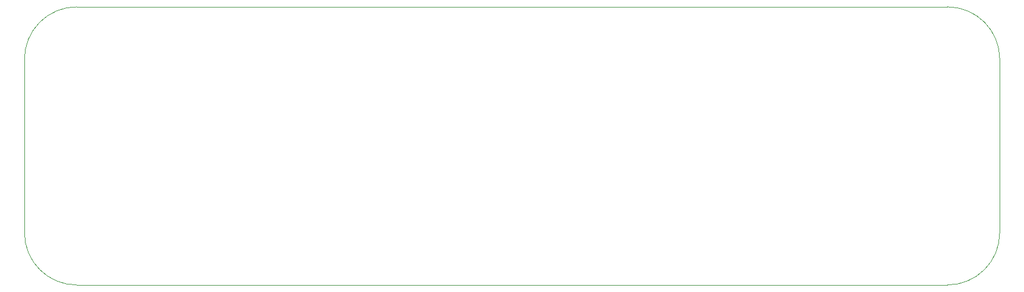
<source format=gm1>
G04*
G04 #@! TF.GenerationSoftware,Altium Limited,Altium Designer,19.1.7 (138)*
G04*
G04 Layer_Color=16711935*
%FSLAX25Y25*%
%MOIN*%
G70*
G01*
G75*
%ADD12C,0.00100*%
D12*
X130000Y260000D02*
G03*
X100000Y230000I0J-30000D01*
G01*
Y130000D02*
G03*
X130000Y100000I30000J0D01*
G01*
X660000Y230000D02*
G03*
X630000Y260000I-30000J0D01*
G01*
Y100000D02*
G03*
X660000Y130000I0J30000D01*
G01*
X130000Y260000D02*
X630000Y260000D01*
X130000Y100000D02*
X630000Y100000D01*
X660000Y130000D02*
Y230000D01*
X100000Y130000D02*
Y230000D01*
X130000Y260000D02*
G03*
X100000Y230000I0J-30000D01*
G01*
Y130000D02*
G03*
X130000Y100000I30000J0D01*
G01*
X660000Y230000D02*
G03*
X630000Y260000I-30000J0D01*
G01*
Y100000D02*
G03*
X660000Y130000I0J30000D01*
G01*
X130000Y260000D02*
X630000Y260000D01*
X130000Y100000D02*
X630000Y100000D01*
X660000Y130000D02*
Y230000D01*
X100000Y130000D02*
Y230000D01*
M02*

</source>
